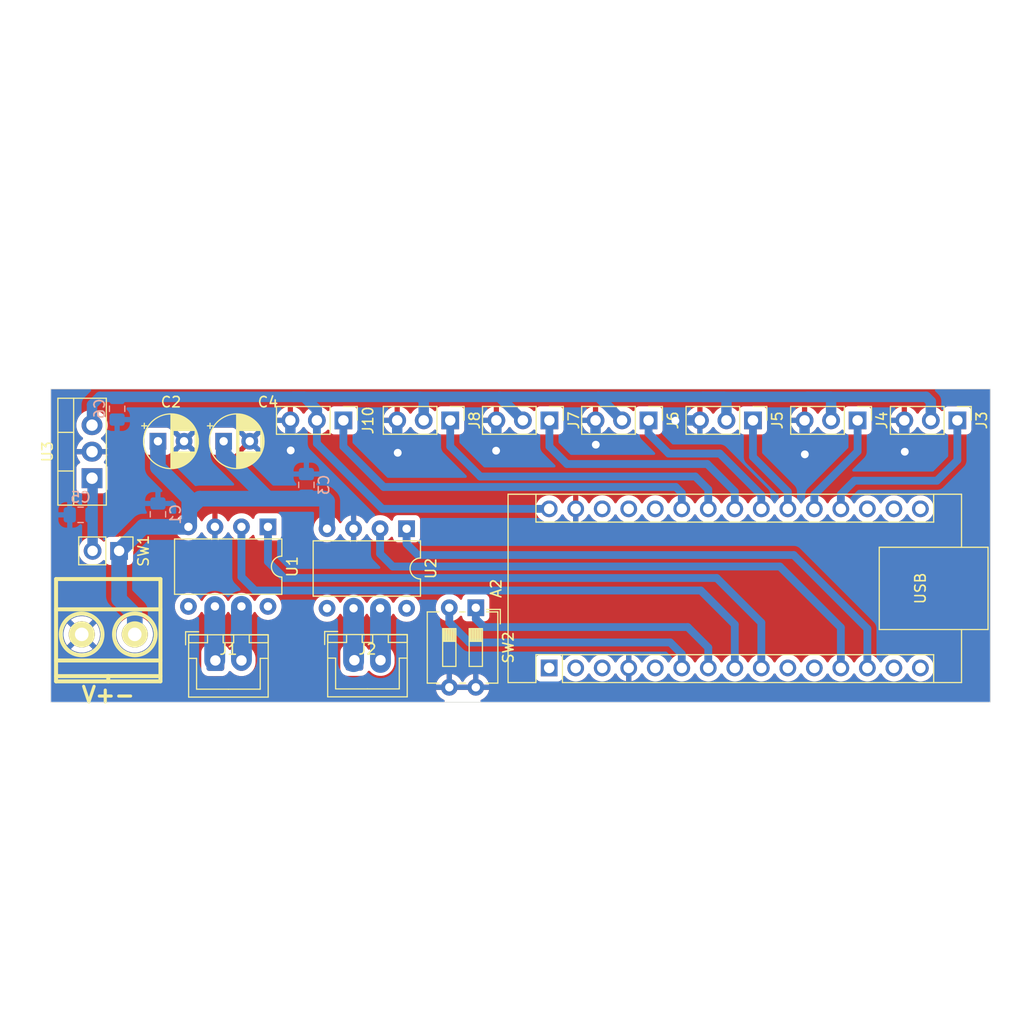
<source format=kicad_pcb>
(kicad_pcb (version 20240108) (generator "pcbnew") (generator_version "8.0")
  (layers (0 "F.Cu" signal) (31 "B.Cu" signal) (34 "B.Paste" user) (35 "F.Paste" user) (36 "B.SilkS" user "B.Silkscreen") (37 "F.SilkS" user "F.Silkscreen") (38 "B.Mask" user) (39 "F.Mask" user) (44 "Edge.Cuts" user))
  (net 0 "")
  (net 3 "/DIP1")
  (net 4 "GND")
  (net 6 "/DIP2")
  (net 17 "/PUSH")
  (net 18 "VCC")
  (net 19 "Net-(SW1-B)")
  (net 20 "+5V")
  (net 21 "/OUTM1B")
  (net 22 "/OUTM1A")
  (net 23 "/OUTM2A")
  (net 24 "/OUTM2B")
  (net 25 "/SENSOR1")
  (net 26 "/SENSOR2")
  (net 27 "/SENSOR3")
  (net 28 "/SENSOR4")
  (net 29 "/SENSOR5")
  (net 30 "/SENSOR6")
  (net 31 "/SENSOR7")
  (net 32 "/M1B")
  (net 33 "/M1A")
  (net 34 "/M2A")
  (net 35 "/M2B")
  (footprint "Button_Switch_THT:SW_DIP_SPSTx02_Slide_6.7x6.64mm_W7.62mm_P2.54mm_LowProfile" (layer "F.Cu") (at 170.53 119.17 -90)
    (property "Reference" "SW2" (at 3.81 -3.11 90) (layer "F.SilkS"))
    (property "Value" "SW_DIP_x02")
    (pad "1" thru_hole rect (at 0 0 270) (size 1.6 1.6) (drill 0.8) (layers "*.Cu" "*.Mask") (net 3 "/DIP1"))
    (pad "2" thru_hole oval (at 0 2.54 270) (size 1.6 1.6) (drill 0.8) (layers "*.Cu" "*.Mask") (net 6 "/DIP2"))
    (pad "3" thru_hole oval (at 7.62 2.54 270) (size 1.6 1.6) (drill 0.8) (layers "*.Cu" "*.Mask") (net 4 "GND"))
    (pad "4" thru_hole oval (at 7.62 0 270) (size 1.6 1.6) (drill 0.8) (layers "*.Cu" "*.Mask") (net 4 "GND"))
  )
  (footprint "Module:Arduino_Nano" (layer "F.Cu") (at 177.56 124.935 90)
    (property "Reference" "A2" (at 7.62 -5.08 -90) (layer "F.SilkS"))
    (property "Value" "Arduino_Nano_v3.x")
    (fp_text user "USB" (at 7.62 35.56 90) (layer "F.SilkS"))
    (pad "1" thru_hole rect (at 0 0 90) (size 1.6 1.6) (drill 1) (layers "*.Cu" "*.Mask"))
    (pad "2" thru_hole oval (at 0 2.54 90) (size 1.6 1.6) (drill 1) (layers "*.Cu" "*.Mask"))
    (pad "3" thru_hole oval (at 0 5.08 90) (size 1.6 1.6) (drill 1) (layers "*.Cu" "*.Mask"))
    (pad "4" thru_hole oval (at 0 7.62 90) (size 1.6 1.6) (drill 1) (layers "*.Cu" "*.Mask") (net 4 "GND"))
    (pad "5" thru_hole oval (at 0 10.16 90) (size 1.6 1.6) (drill 1) (layers "*.Cu" "*.Mask"))
    (pad "6" thru_hole oval (at 0 12.7 90) (size 1.6 1.6) (drill 1) (layers "*.Cu" "*.Mask") (net 6 "/DIP2"))
    (pad "7" thru_hole oval (at 0 15.24 90) (size 1.6 1.6) (drill 1) (layers "*.Cu" "*.Mask") (net 3 "/DIP1"))
    (pad "8" thru_hole oval (at 0 17.78 90) (size 1.6 1.6) (drill 1) (layers "*.Cu" "*.Mask") (net 33 "/M1A"))
    (pad "9" thru_hole oval (at 0 20.32 90) (size 1.6 1.6) (drill 1) (layers "*.Cu" "*.Mask") (net 32 "/M1B"))
    (pad "10" thru_hole oval (at 0 22.86 90) (size 1.6 1.6) (drill 1) (layers "*.Cu" "*.Mask"))
    (pad "11" thru_hole oval (at 0 25.4 90) (size 1.6 1.6) (drill 1) (layers "*.Cu" "*.Mask"))
    (pad "12" thru_hole oval (at 0 27.94 90) (size 1.6 1.6) (drill 1) (layers "*.Cu" "*.Mask") (net 34 "/M2A"))
    (pad "13" thru_hole oval (at 0 30.48 90) (size 1.6 1.6) (drill 1) (layers "*.Cu" "*.Mask") (net 35 "/M2B"))
    (pad "14" thru_hole oval (at 0 33.02 90) (size 1.6 1.6) (drill 1) (layers "*.Cu" "*.Mask") (net 17 "/PUSH"))
    (pad "15" thru_hole oval (at 0 35.56 90) (size 1.6 1.6) (drill 1) (layers "*.Cu" "*.Mask"))
    (pad "16" thru_hole oval (at 15.24 35.56 90) (size 1.6 1.6) (drill 1) (layers "*.Cu" "*.Mask"))
    (pad "17" thru_hole oval (at 15.24 33.02 90) (size 1.6 1.6) (drill 1) (layers "*.Cu" "*.Mask"))
    (pad "18" thru_hole oval (at 15.24 30.48 90) (size 1.6 1.6) (drill 1) (layers "*.Cu" "*.Mask"))
    (pad "19" thru_hole oval (at 15.24 27.94 90) (size 1.6 1.6) (drill 1) (layers "*.Cu" "*.Mask") (net 25 "/SENSOR1"))
    (pad "20" thru_hole oval (at 15.24 25.4 90) (size 1.6 1.6) (drill 1) (layers "*.Cu" "*.Mask") (net 26 "/SENSOR2"))
    (pad "21" thru_hole oval (at 15.24 22.86 90) (size 1.6 1.6) (drill 1) (layers "*.Cu" "*.Mask") (net 27 "/SENSOR3"))
    (pad "22" thru_hole oval (at 15.24 20.32 90) (size 1.6 1.6) (drill 1) (layers "*.Cu" "*.Mask") (net 28 "/SENSOR4"))
    (pad "23" thru_hole oval (at 15.24 17.78 90) (size 1.6 1.6) (drill 1) (layers "*.Cu" "*.Mask") (net 29 "/SENSOR5"))
    (pad "24" thru_hole oval (at 15.24 15.24 90) (size 1.6 1.6) (drill 1) (layers "*.Cu" "*.Mask") (net 30 "/SENSOR6"))
    (pad "25" thru_hole oval (at 15.24 12.7 90) (size 1.6 1.6) (drill 1) (layers "*.Cu" "*.Mask") (net 31 "/SENSOR7"))
    (pad "26" thru_hole oval (at 15.24 10.16 90) (size 1.6 1.6) (drill 1) (layers "*.Cu" "*.Mask"))
    (pad "27" thru_hole oval (at 15.24 7.62 90) (size 1.6 1.6) (drill 1) (layers "*.Cu" "*.Mask"))
    (pad "28" thru_hole oval (at 15.24 5.08 90) (size 1.6 1.6) (drill 1) (layers "*.Cu" "*.Mask"))
    (pad "29" thru_hole oval (at 15.24 2.54 90) (size 1.6 1.6) (drill 1) (layers "*.Cu" "*.Mask") (net 4 "GND"))
    (pad "30" thru_hole oval (at 15.24 0 90) (size 1.6 1.6) (drill 1) (layers "*.Cu" "*.Mask") (net 20 "+5V"))
  )
  (footprint "Connector_PinHeader_2.54mm:PinHeader_1x02_P2.54mm_Vertical" (layer "F.Cu") (at 136.36 113.72 -90)
    (property "Reference" "SW1" (at 0 -2.33 90) (layer "F.SilkS"))
    (property "Value" "SW_SPST")
    (pad "1" thru_hole rect (at 0 0 270) (size 1.7 1.7) (drill 1) (layers "*.Cu" "*.Mask") (net 18 "VCC"))
    (pad "2" thru_hole oval (at 0 2.54 270) (size 1.7 1.7) (drill 1) (layers "*.Cu" "*.Mask") (net 19 "Net-(SW1-B)"))
  )
  (footprint "Connector_JST:JST_XH_B2B-XH-A_1x02_P2.50mm_Vertical" (layer "F.Cu") (at 145.58 124.22)
    (property "Reference" "J1" (at 1.25 -1.05 0) (layer "F.SilkS"))
    (property "Value" "Motor2")
    (pad "1" thru_hole roundrect (at 0 0) (size 1.7 2) (drill 1) (layers "*.Cu" "*.Mask") (roundrect_rratio 0.147059) (net 21 "/OUTM1B"))
    (pad "2" thru_hole oval (at 2.5 0) (size 1.7 2) (drill 1) (layers "*.Cu" "*.Mask") (net 22 "/OUTM1A"))
  )
  (footprint "Package_TO_SOT_THT:TO-220-3_Vertical" (layer "F.Cu") (at 133.765 106.76 90)
    (property "Reference" "U3" (at 2.54 -4.27 -90) (layer "F.SilkS"))
    (property "Value" "L7805")
    (pad "1" thru_hole rect (at 0 0 90) (size 1.905 2) (drill 1.1) (layers "*.Cu" "*.Mask") (net 19 "Net-(SW1-B)"))
    (pad "2" thru_hole oval (at 2.54 0 90) (size 1.905 2) (drill 1.1) (layers "*.Cu" "*.Mask") (net 4 "GND"))
    (pad "3" thru_hole oval (at 5.08 0 90) (size 1.905 2) (drill 1.1) (layers "*.Cu" "*.Mask") (net 20 "+5V"))
  )
  (footprint "Connector_PinHeader_2.54mm:PinHeader_1x03_P2.54mm_Vertical" (layer "F.Cu") (at 207.105 101.22 -90)
    (property "Reference" "J4" (at 0 -2.33 90) (layer "F.SilkS"))
    (property "Value" "SENSOR2")
    (pad "1" thru_hole rect (at 0 0 270) (size 1.7 1.7) (drill 1) (layers "*.Cu" "*.Mask") (net 26 "/SENSOR2"))
    (pad "2" thru_hole oval (at 0 2.54 270) (size 1.7 1.7) (drill 1) (layers "*.Cu" "*.Mask") (net 20 "+5V"))
    (pad "3" thru_hole oval (at 0 5.08 270) (size 1.7 1.7) (drill 1) (layers "*.Cu" "*.Mask") (net 4 "GND"))
  )
  (footprint "Connector_PinHeader_2.54mm:PinHeader_1x03_P2.54mm_Vertical" (layer "F.Cu") (at 187.08 101.22 -90)
    (property "Reference" "J6" (at 0 -2.33 90) (layer "F.SilkS"))
    (property "Value" "SENSOR4")
    (pad "1" thru_hole rect (at 0 0 270) (size 1.7 1.7) (drill 1) (layers "*.Cu" "*.Mask") (net 28 "/SENSOR4"))
    (pad "2" thru_hole oval (at 0 2.54 270) (size 1.7 1.7) (drill 1) (layers "*.Cu" "*.Mask") (net 20 "+5V"))
    (pad "3" thru_hole oval (at 0 5.08 270) (size 1.7 1.7) (drill 1) (layers "*.Cu" "*.Mask") (net 4 "GND"))
  )
  (footprint "Connector_JST:JST_XH_B2B-XH-A_1x02_P2.50mm_Vertical" (layer "F.Cu") (at 158.9 124.195)
    (property "Reference" "J2" (at 1.25 -1.05 0) (layer "F.SilkS"))
    (property "Value" "Motor 1")
    (pad "1" thru_hole roundrect (at 0 0) (size 1.7 2) (drill 1) (layers "*.Cu" "*.Mask") (roundrect_rratio 0.147059) (net 24 "/OUTM2B"))
    (pad "2" thru_hole oval (at 2.5 0) (size 1.7 2) (drill 1) (layers "*.Cu" "*.Mask") (net 23 "/OUTM2A"))
  )
  (footprint "EESTN5:BORNERA2" (layer "F.Cu") (at 135.32 121.72)
    (property "Reference" "J11" (hide yes))
    (property "Value" "V+-" (at 0 5.8 0) (layer "F.SilkS") (effects (font (size 1.5 1.5) (thickness 0.3))))
    (pad "1" thru_hole circle (at -2.54 0) (size 2.5 2.5) (drill 1.3) (layers "*.Cu" "*.Mask" "F.SilkS") (net 4 "GND"))
    (pad "2" thru_hole circle (at 2.54 0) (size 2.5 2.5) (drill 1.3) (layers "*.Cu" "*.Mask" "F.SilkS") (net 18 "VCC"))
  )
  (footprint "Connector_PinHeader_2.54mm:PinHeader_1x03_P2.54mm_Vertical" (layer "F.Cu") (at 168.08 101.22 -90)
    (property "Reference" "J8" (at 0 -2.33 90) (layer "F.SilkS"))
    (property "Value" "SENSOR6")
    (pad "1" thru_hole rect (at 0 0 270) (size 1.7 1.7) (drill 1) (layers "*.Cu" "*.Mask") (net 30 "/SENSOR6"))
    (pad "2" thru_hole oval (at 0 2.54 270) (size 1.7 1.7) (drill 1) (layers "*.Cu" "*.Mask") (net 20 "+5V"))
    (pad "3" thru_hole oval (at 0 5.08 270) (size 1.7 1.7) (drill 1) (layers "*.Cu" "*.Mask") (net 4 "GND"))
  )
  (footprint "Capacitor_THT:CP_Radial_D5.0mm_P2.50mm" (layer "F.Cu") (at 140.08 103.22)
    (property "Reference" "C2" (at 1.25 -3.75 0) (layer "F.SilkS"))
    (property "Value" "100uF")
    (pad "1" thru_hole rect (at 0 0) (size 1.6 1.6) (drill 0.8) (layers "*.Cu" "*.Mask") (net 18 "VCC"))
    (pad "2" thru_hole circle (at 2.5 0) (size 1.6 1.6) (drill 0.8) (layers "*.Cu" "*.Mask") (net 4 "GND"))
  )
  (footprint "Package_DIP:DIP-8_W7.62mm" (layer "F.Cu") (at 163.9 111.6 -90)
    (property "Reference" "U2" (at 3.81 -2.33 90) (layer "F.SilkS"))
    (property "Value" "TA6586")
    (pad "1" thru_hole rect (at 0 0 270) (size 1.6 1.6) (drill 0.8) (layers "*.Cu" "*.Mask") (net 35 "/M2B"))
    (pad "2" thru_hole oval (at 0 2.54 270) (size 1.6 1.6) (drill 0.8) (layers "*.Cu" "*.Mask") (net 34 "/M2A"))
    (pad "3" thru_hole oval (at 0 5.08 270) (size 1.6 1.6) (drill 0.8) (layers "*.Cu" "*.Mask") (net 4 "GND"))
    (pad "4" thru_hole oval (at 0 7.62 270) (size 1.6 1.6) (drill 0.8) (layers "*.Cu" "*.Mask") (net 18 "VCC"))
    (pad "5" thru_hole oval (at 7.62 7.62 270) (size 1.6 1.6) (drill 0.8) (layers "*.Cu" "*.Mask") (net 24 "/OUTM2B"))
    (pad "6" thru_hole oval (at 7.62 5.08 270) (size 1.6 1.6) (drill 0.8) (layers "*.Cu" "*.Mask") (net 24 "/OUTM2B"))
    (pad "7" thru_hole oval (at 7.62 2.54 270) (size 1.6 1.6) (drill 0.8) (layers "*.Cu" "*.Mask") (net 23 "/OUTM2A"))
    (pad "8" thru_hole oval (at 7.62 0 270) (size 1.6 1.6) (drill 0.8) (layers "*.Cu" "*.Mask") (net 23 "/OUTM2A"))
  )
  (footprint "Connector_PinHeader_2.54mm:PinHeader_1x03_P2.54mm_Vertical" (layer "F.Cu") (at 216.66 101.22 -90)
    (property "Reference" "J3" (at 0 -2.33 90) (layer "F.SilkS"))
    (property "Value" "SENSOR1")
    (pad "1" thru_hole rect (at 0 0 270) (size 1.7 1.7) (drill 1) (layers "*.Cu" "*.Mask") (net 25 "/SENSOR1"))
    (pad "2" thru_hole oval (at 0 2.54 270) (size 1.7 1.7) (drill 1) (layers "*.Cu" "*.Mask") (net 20 "+5V"))
    (pad "3" thru_hole oval (at 0 5.08 270) (size 1.7 1.7) (drill 1) (layers "*.Cu" "*.Mask") (net 4 "GND"))
  )
  (footprint "Connector_PinHeader_2.54mm:PinHeader_1x03_P2.54mm_Vertical" (layer "F.Cu") (at 197.08 101.22 -90)
    (property "Reference" "J5" (at 0 -2.33 90) (layer "F.SilkS"))
    (property "Value" "SENSOR3")
    (pad "1" thru_hole rect (at 0 0 270) (size 1.7 1.7) (drill 1) (layers "*.Cu" "*.Mask") (net 27 "/SENSOR3"))
    (pad "2" thru_hole oval (at 0 2.54 270) (size 1.7 1.7) (drill 1) (layers "*.Cu" "*.Mask") (net 20 "+5V"))
    (pad "3" thru_hole oval (at 0 5.08 270) (size 1.7 1.7) (drill 1) (layers "*.Cu" "*.Mask") (net 4 "GND"))
  )
  (footprint "Connector_PinHeader_2.54mm:PinHeader_1x03_P2.54mm_Vertical" (layer "F.Cu") (at 157.845 101.22 -90)
    (property "Reference" "J10" (at 0 -2.36 90) (layer "F.SilkS"))
    (property "Value" "SENSOR7")
    (pad "1" thru_hole rect (at 0 0 270) (size 1.7 1.7) (drill 1) (layers "*.Cu" "*.Mask") (net 31 "/SENSOR7"))
    (pad "2" thru_hole oval (at 0 2.54 270) (size 1.7 1.7) (drill 1) (layers "*.Cu" "*.Mask") (net 20 "+5V"))
    (pad "3" thru_hole oval (at 0 5.08 270) (size 1.7 1.7) (drill 1) (layers "*.Cu" "*.Mask") (net 4 "GND"))
  )
  (footprint "Capacitor_THT:CP_Radial_D5.0mm_P2.50mm" (layer "F.Cu") (at 146.374887 103.22)
    (property "Reference" "C4" (at 4.245 -3.75 0) (layer "F.SilkS"))
    (property "Value" "100uF")
    (pad "1" thru_hole rect (at 0 0) (size 1.6 1.6) (drill 0.8) (layers "*.Cu" "*.Mask") (net 18 "VCC"))
    (pad "2" thru_hole circle (at 2.5 0) (size 1.6 1.6) (drill 0.8) (layers "*.Cu" "*.Mask") (net 4 "GND"))
  )
  (footprint "Connector_PinHeader_2.54mm:PinHeader_1x03_P2.54mm_Vertical" (layer "F.Cu") (at 177.58 101.22 -90)
    (property "Reference" "J7" (at 0 -2.33 90) (layer "F.SilkS"))
    (property "Value" "SENSOR5")
    (pad "1" thru_hole rect (at 0 0 270) (size 1.7 1.7) (drill 1) (layers "*.Cu" "*.Mask") (net 29 "/SENSOR5"))
    (pad "2" thru_hole oval (at 0 2.54 270) (size 1.7 1.7) (drill 1) (layers "*.Cu" "*.Mask") (net 20 "+5V"))
    (pad "3" thru_hole oval (at 0 5.08 270) (size 1.7 1.7) (drill 1) (layers "*.Cu" "*.Mask") (net 4 "GND"))
  )
  (footprint "Package_DIP:DIP-8_W7.62mm" (layer "F.Cu") (at 150.62 111.42 -90)
    (property "Reference" "U1" (at 3.81 -2.33 90) (layer "F.SilkS"))
    (property "Value" "TA6586")
    (pad "1" thru_hole rect (at 0 0 270) (size 1.6 1.6) (drill 0.8) (layers "*.Cu" "*.Mask") (net 32 "/M1B"))
    (pad "2" thru_hole oval (at 0 2.54 270) (size 1.6 1.6) (drill 0.8) (layers "*.Cu" "*.Mask") (net 33 "/M1A"))
    (pad "3" thru_hole oval (at 0 5.08 270) (size 1.6 1.6) (drill 0.8) (layers "*.Cu" "*.Mask") (net 4 "GND"))
    (pad "4" thru_hole oval (at 0 7.62 270) (size 1.6 1.6) (drill 0.8) (layers "*.Cu" "*.Mask") (net 18 "VCC"))
    (pad "5" thru_hole oval (at 7.62 7.62 270) (size 1.6 1.6) (drill 0.8) (layers "*.Cu" "*.Mask") (net 21 "/OUTM1B"))
    (pad "6" thru_hole oval (at 7.62 5.08 270) (size 1.6 1.6) (drill 0.8) (layers "*.Cu" "*.Mask") (net 21 "/OUTM1B"))
    (pad "7" thru_hole oval (at 7.62 2.54 270) (size 1.6 1.6) (drill 0.8) (layers "*.Cu" "*.Mask") (net 22 "/OUTM1A"))
    (pad "8" thru_hole oval (at 7.62 0 270) (size 1.6 1.6) (drill 0.8) (layers "*.Cu" "*.Mask") (net 22 "/OUTM1A"))
  )
  (footprint "Capacitor_SMD:C_0805_2012Metric_Pad1.18x1.45mm_HandSolder" (layer "B.Cu") (at 154.3 107.4 90)
    (property "Reference" "C3" (at 0 1.68 -90) (layer "B.SilkS") (effects (justify mirror)))
    (property "Value" "0.1uF")
    (pad "1" smd roundrect (at -1.0375 0 90) (size 1.175 1.45) (layers "B.Cu" "B.Paste" "B.Mask") (roundrect_rratio 0.212766) (net 18 "VCC"))
    (pad "2" smd roundrect (at 1.0375 0 90) (size 1.175 1.45) (layers "B.Cu" "B.Paste" "B.Mask") (roundrect_rratio 0.212766) (net 4 "GND"))
  )
  (footprint "Capacitor_SMD:C_0805_2012Metric_Pad1.18x1.45mm_HandSolder" (layer "B.Cu") (at 136.17 100.1075 -90)
    (property "Reference" "C6" (at 0 1.68 90) (layer "B.SilkS") (effects (justify mirror)))
    (property "Value" "22uF")
    (pad "1" smd roundrect (at -1.0375 0 270) (size 1.175 1.45) (layers "B.Cu" "B.Paste" "B.Mask") (roundrect_rratio 0.212766) (net 20 "+5V"))
    (pad "2" smd roundrect (at 1.0375 0 270) (size 1.175 1.45) (layers "B.Cu" "B.Paste" "B.Mask") (roundrect_rratio 0.212766) (net 4 "GND"))
  )
  (footprint "Capacitor_SMD:C_0805_2012Metric_Pad1.18x1.45mm_HandSolder" (layer "B.Cu") (at 132.67 110.27 180)
    (property "Reference" "C5" (at 0 1.68 180) (layer "B.SilkS") (effects (justify mirror)))
    (property "Value" "10uF")
    (pad "1" smd roundrect (at -1.0375 0 180) (size 1.175 1.45) (layers "B.Cu" "B.Paste" "B.Mask") (roundrect_rratio 0.212766) (net 19 "Net-(SW1-B)"))
    (pad "2" smd roundrect (at 1.0375 0 180) (size 1.175 1.45) (layers "B.Cu" "B.Paste" "B.Mask") (roundrect_rratio 0.212766) (net 4 "GND"))
  )
  (footprint "Capacitor_SMD:C_0805_2012Metric_Pad1.18x1.45mm_HandSolder" (layer "B.Cu") (at 140.08 110.22 90)
    (property "Reference" "C1" (at 0 1.68 -90) (layer "B.SilkS") (effects (justify mirror)))
    (property "Value" "0.1uF")
    (pad "1" smd roundrect (at -1.0375 0 90) (size 1.175 1.45) (layers "B.Cu" "B.Paste" "B.Mask") (roundrect_rratio 0.212766) (net 18 "VCC"))
    (pad "2" smd roundrect (at 1.0375 0 90) (size 1.175 1.45) (layers "B.Cu" "B.Paste" "B.Mask") (roundrect_rratio 0.212766) (net 4 "GND"))
  )
  (gr_line (start 129.82 128.22) (end 219.82 128.22) (stroke (width 0.05)) (layer "Edge.Cuts"))
  (gr_line (start 219.82 128.22) (end 219.82 98.22) (stroke (width 0.05)) (layer "Edge.Cuts"))
  (gr_line (start 129.82 98.22) (end 129.82 128.22) (stroke (width 0.05)) (layer "Edge.Cuts"))
  (gr_line (start 219.82 98.22) (end 129.82 98.22) (stroke (width 0.05)) (layer "Edge.Cuts"))
  (segment (start 171.305 121.02) (end 170.53 120.245) (width 0.75) (layer "B.Cu") (net 3))
  (segment (start 192.8 122.99) (end 190.83 121.02) (width 0.75) (layer "B.Cu") (net 3))
  (segment (start 170.53 120.245) (end 170.53 119.17) (width 0.75) (layer "B.Cu") (net 3))
  (segment (start 190.83 121.02) (end 171.305 121.02) (width 0.75) (layer "B.Cu") (net 3))
  (segment (start 192.8 124.935) (end 192.8 122.99) (width 0.75) (layer "B.Cu") (net 3))
  (via (at 182.025 103.55) (size 1.5) (drill 0.75) (layers "F.Cu" "B.Cu") (net 4))
  (via (at 211.625 104.225) (size 1.5) (drill 0.75) (layers "F.Cu" "B.Cu") (net 4))
  (via (at 152.8 104.1) (size 1.5) (drill 0.75) (layers "F.Cu" "B.Cu") (net 4))
  (via (at 172.475 104.125) (size 1.5) (drill 0.75) (layers "F.Cu" "B.Cu") (net 4))
  (via (at 202.05 104.475) (size 1.5) (drill 0.75) (layers "F.Cu" "B.Cu") (net 4))
  (via (at 163.05 104.325) (size 1.5) (drill 0.75) (layers "F.Cu" "B.Cu") (net 4))
  (via (at 189.65 101.25) (size 1.5) (drill 0.75) (layers "F.Cu" "B.Cu") (net 4))
  (segment (start 182 101.22) (end 182 103.5) (width 1) (layer "B.Cu") (net 4))
  (segment (start 202.025 101.22) (end 202.025 104.475) (width 1) (layer "B.Cu") (net 4))
  (segment (start 211.58 101.22) (end 211.58 104.32) (width 1) (layer "B.Cu") (net 4))
  (segment (start 182 103.5) (end 182.1 103.6) (width 1) (layer "B.Cu") (net 4))
  (segment (start 152.765 101.22) (end 152.765 103.935) (width 1) (layer "B.Cu") (net 4))
  (segment (start 152.765 103.935) (end 152.7 104) (width 1) (layer "B.Cu") (net 4))
  (segment (start 172.5 101.22) (end 172.5 104.1) (width 1) (layer "B.Cu") (net 4))
  (segment (start 211.58 104.32) (end 211.5 104.4) (width 1) (layer "B.Cu") (net 4))
  (segment (start 172.5 104.1) (end 172.475 104.125) (width 1) (layer "B.Cu") (net 4))
  (segment (start 192 101.22) (end 189.88 101.22) (width 1) (layer "B.Cu") (net 4))
  (segment (start 202.025 104.475) (end 201.9 104.6) (width 1) (layer "B.Cu") (net 4))
  (segment (start 163 101.22) (end 163 104.3) (width 1) (layer "B.Cu") (net 4))
  (segment (start 190.26 124.935) (end 190.235 124.96) (width 0.75) (layer "B.Cu") (net 6))
  (segment (start 169.905 122.495) (end 189.155 122.495) (width 0.75) (layer "B.Cu") (net 6))
  (segment (start 189.155 122.495) (end 190.26 123.6) (width 0.75) (layer "B.Cu") (net 6))
  (segment (start 167.99 119.17) (end 167.99 120.58) (width 0.75) (layer "B.Cu") (net 6))
  (segment (start 190.26 123.6) (end 190.26 124.935) (width 0.75) (layer "B.Cu") (net 6))
  (segment (start 167.99 120.58) (end 169.905 122.495) (width 0.75) (layer "B.Cu") (net 6))
  (segment (start 143 111.42) (end 143.08 111.34) (width 1.5) (layer "B.Cu") (net 18))
  (segment (start 146.374887 103.22) (end 146.374887 104.514887) (width 1.5) (layer "B.Cu") (net 18))
  (segment (start 143.08 111.34) (end 143.08 108.72) (width 1.5) (layer "B.Cu") (net 18))
  (segment (start 138.66 111.42) (end 143 111.42) (width 1.5) (layer "B.Cu") (net 18))
  (segment (start 137.86 121.72) (end 137.86 119.85) (width 1.5) (layer "B.Cu") (net 18))
  (segment (start 156.28 111.6) (end 156.28 108.9575) (width 1.5) (layer "B.Cu") (net 18))
  (segment (start 136.36 118.35) (end 136.36 113.72) (width 1.5) (layer "B.Cu") (net 18))
  (segment (start 156.28 108.9575) (end 156.0425 108.72) (width 1.5) (layer "B.Cu") (net 18))
  (segment (start 143.08 109.72) (end 144.08 108.72) (width 1.5) (layer "B.Cu") (net 18))
  (segment (start 136.36 113.72) (end 138.66 111.42) (width 1.5) (layer "B.Cu") (net 18))
  (segment (start 146.374887 104.514887) (end 150.58 108.72) (width 1.5) (layer "B.Cu") (net 18))
  (segment (start 150.58 108.72) (end 156.0425 108.72) (width 1.5) (layer "B.Cu") (net 18))
  (segment (start 137.86 119.85) (end 136.36 118.35) (width 1.5) (layer "B.Cu") (net 18))
  (segment (start 140.08 105.72) (end 140.08 103.22) (width 1.5) (layer "B.Cu") (net 18))
  (segment (start 143.08 108.72) (end 140.08 105.72) (width 1.5) (layer "B.Cu") (net 18))
  (segment (start 144.08 108.72) (end 156.0425 108.72) (width 1.5) (layer "B.Cu") (net 18))
  (segment (start 133.82 113.72) (end 133.82 106.815) (width 1) (layer "B.Cu") (net 19))
  (segment (start 133.82 106.815) (end 133.765 106.76) (width 1) (layer "B.Cu") (net 19))
  (segment (start 177.56 109.695) (end 161.578654 109.695) (width 0.75) (layer "B.Cu") (net 20))
  (segment (start 194.54 99.21) (end 194.54 101.22) (width 1) (layer "B.Cu") (net 20))
  (segment (start 172.79 98.97) (end 182.29 98.97) (width 1) (layer "B.Cu") (net 20))
  (segment (start 165.54 99.33) (end 165.54 101.22) (width 1) (layer "B.Cu") (net 20))
  (segment (start 214.12 99.42) (end 214.12 101.22) (width 1) (layer "B.Cu") (net 20))
  (segment (start 153.055 98.97) (end 163.29 98.97) (width 1) (layer "B.Cu") (net 20))
  (segment (start 133.765 101.68) (end 133.765 99.7275) (width 1) (layer "B.Cu") (net 20))
  (segment (start 192.29 98.97) (end 194.3 98.97) (width 1) (layer "B.Cu") (net 20))
  (segment (start 204.5 98.97) (end 204.565 99.035) (width 1) (layer "B.Cu") (net 20))
  (segment (start 163.29 98.97) (end 165.18 98.97) (width 1) (layer "B.Cu") (net 20))
  (segment (start 163.29 98.97) (end 172.79 98.97) (width 1) (layer "B.Cu") (net 20))
  (segment (start 202.315 98.97) (end 204.5 98.97) (width 1) (layer "B.Cu") (net 20))
  (segment (start 213.67 98.97) (end 214.12 99.42) (width 1) (layer "B.Cu") (net 20))
  (segment (start 134.5225 98.97) (end 153.055 98.97) (width 1) (layer "B.Cu") (net 20))
  (segment (start 182.29 98.97) (end 192.29 98.97) (width 1) (layer "B.Cu") (net 20))
  (segment (start 133.765 99.7275) (end 134.5225 98.97) (width 1) (layer "B.Cu") (net 20))
  (segment (start 154.08 98.97) (end 155.305 100.195) (width 1) (layer "B.Cu") (net 20))
  (segment (start 153.055 98.97) (end 154.08 98.97) (width 1) (layer "B.Cu") (net 20))
  (segment (start 182.29 98.97) (end 184.54 101.22) (width 1) (layer "B.Cu") (net 20))
  (segment (start 155.305 103.421346) (end 155.305 101.22) (width 0.75) (layer "B.Cu") (net 20))
  (segment (start 192.29 98.97) (end 202.315 98.97) (width 1) (layer "B.Cu") (net 20))
  (segment (start 161.578654 109.695) (end 155.305 103.421346) (width 0.75) (layer "B.Cu") (net 20))
  (segment (start 194.3 98.97) (end 194.54 99.21) (width 1) (layer "B.Cu") (net 20))
  (segment (start 204.565 99.035) (end 204.565 101.22) (width 1) (layer "B.Cu") (net 20))
  (segment (start 172.79 98.97) (end 175.04 101.22) (width 1) (layer "B.Cu") (net 20))
  (segment (start 155.305 100.195) (end 155.305 101.22) (width 1) (layer "B.Cu") (net 20))
  (segment (start 202.315 98.97) (end 213.67 98.97) (width 1) (layer "B.Cu") (net 20))
  (segment (start 165.18 98.97) (end 165.54 99.33) (width 1) (layer "B.Cu") (net 20))
  (segment (start 145.52 124.23) (end 145.52 119.06) (width 2) (layer "B.Cu") (net 21))
  (segment (start 148.08 119.04) (end 148.08 124.17) (width 2) (layer "B.Cu") (net 22))
  (segment (start 148.08 121.67) (end 148.02 121.73) (width 2) (layer "B.Cu") (net 22))
  (segment (start 161.4 124.41) (end 161.4 119.26) (width 2) (layer "B.Cu") (net 23))
  (segment (start 158.82 119.22) (end 158.82 124.33) (width 2) (layer "B.Cu") (net 24))
  (segment (start 158.82 121.83) (end 158.9 121.91) (width 2) (layer "B.Cu") (net 24))
  (segment (start 205.5 108.3) (end 206.8 107) (width 0.75) (layer "B.Cu") (net 25))
  (segment (start 205.5 109.695) (end 205.5 108.3) (width 0.75) (layer "B.Cu") (net 25))
  (segment (start 214.7 107) (end 216.66 105.04) (width 0.75) (layer "B.Cu") (net 25))
  (segment (start 206.8 107) (end 214.7 107) (width 0.75) (layer "B.Cu") (net 25))
  (segment (start 216.66 105.04) (end 216.66 101.22) (width 0.75) (layer "B.Cu") (net 25))
  (segment (start 202.96 109.695) (end 202.96 108.34) (width 0.75) (layer "B.Cu") (net 26))
  (segment (start 202.96 108.34) (end 207.105 104.195) (width 0.75) (layer "B.Cu") (net 26))
  (segment (start 207.105 104.195) (end 207.105 101.22) (width 0.75) (layer "B.Cu") (net 26))
  (segment (start 197.08 104.72) (end 200.42 108.06) (width 0.75) (layer "B.Cu") (net 27))
  (segment (start 200.42 108.06) (end 200.42 109.695) (width 0.75) (layer "B.Cu") (net 27))
  (segment (start 197.08 101.22) (end 197.08 104.72) (width 0.75) (layer "B.Cu") (net 27))
  (segment (start 197.88 108.38) (end 193.9 104.4) (width 0.75) (layer "B.Cu") (net 28))
  (segment (start 197.88 109.695) (end 197.88 108.38) (width 0.75) (layer "B.Cu") (net 28))
  (segment (start 187.08 102.47) (end 187.08 101.22) (width 0.75) (layer "B.Cu") (net 28))
  (segment (start 189.01 104.4) (end 187.08 102.47) (width 0.75) (layer "B.Cu") (net 28))
  (segment (start 193.9 104.4) (end 189.01 104.4) (width 0.75) (layer "B.Cu") (net 28))
  (segment (start 195.34 108.04) (end 195.34 109.695) (width 0.75) (layer "B.Cu") (net 29))
  (segment (start 179.26 105.4) (end 192.7 105.4) (width 0.75) (layer "B.Cu") (net 29))
  (segment (start 177.58 101.22) (end 177.58 103.72) (width 0.75) (layer "B.Cu") (net 29))
  (segment (start 192.7 105.4) (end 195.34 108.04) (width 0.75) (layer "B.Cu") (net 29))
  (segment (start 177.58 103.72) (end 179.26 105.4) (width 0.75) (layer "B.Cu") (net 29))
  (segment (start 170.96 106.6) (end 191.555 106.6) (width 0.75) (layer "B.Cu") (net 30))
  (segment (start 192.8 107.845) (end 192.8 109.695) (width 0.75) (layer "B.Cu") (net 30))
  (segment (start 168.08 101.22) (end 168.08 103.72) (width 0.75) (layer "B.Cu") (net 30))
  (segment (start 191.555 106.6) (end 192.8 107.845) (width 0.75) (layer "B.Cu") (net 30))
  (segment (start 168.08 103.72) (end 170.96 106.6) (width 0.75) (layer "B.Cu") (net 30))
  (segment (start 190.26 108.1725) (end 190.26 109.695) (width 0.75) (layer "B.Cu") (net 31))
  (segment (start 161.71 107.6) (end 189.6875 107.6) (width 0.75) (layer "B.Cu") (net 31))
  (segment (start 157.845 101.22) (end 157.845 103.735) (width 0.75) (layer "B.Cu") (net 31))
  (segment (start 157.845 103.735) (end 161.71 107.6) (width 0.75) (layer "B.Cu") (net 31))
  (segment (start 189.6875 107.6) (end 190.26 108.1725) (width 0.75) (layer "B.Cu") (net 31))
  (segment (start 197.88 120.595) (end 197.88 124.935) (width 0.75) (layer "B.Cu") (net 32))
  (segment (start 150.62 114.76) (end 152.18 116.32) (width 0.75) (layer "B.Cu") (net 32))
  (segment (start 152.18 116.32) (end 193.605 116.32) (width 0.75) (layer "B.Cu") (net 32))
  (segment (start 150.62 111.42) (end 150.62 114.76) (width 0.75) (layer "B.Cu") (net 32))
  (segment (start 193.605 116.32) (end 197.88 120.595) (width 0.75) (layer "B.Cu") (net 32))
  (segment (start 195.34 120.78) (end 195.34 124.935) (width 0.75) (layer "B.Cu") (net 33))
  (segment (start 192.08 117.52) (end 195.34 120.78) (width 0.75) (layer "B.Cu") (net 33))
  (segment (start 149.38 117.52) (end 192.08 117.52) (width 0.75) (layer "B.Cu") (net 33))
  (segment (start 148.08 116.22) (end 149.38 117.52) (width 0.75) (layer "B.Cu") (net 33))
  (segment (start 148.08 111.42) (end 148.08 116.22) (width 0.75) (layer "B.Cu") (net 33))
  (segment (start 161.36 111.6) (end 161.36 114) (width 0.75) (layer "B.Cu") (net 34))
  (segment (start 161.36 114) (end 162.58 115.22) (width 0.75) (layer "B.Cu") (net 34))
  (segment (start 162.58 115.22) (end 199.655 115.22) (width 0.75) (layer "B.Cu") (net 34))
  (segment (start 199.655 115.22) (end 205.5 121.065) (width 0.75) (layer "B.Cu") (net 34))
  (segment (start 205.5 121.065) (end 205.5 124.935) (width 0.75) (layer "B.Cu") (net 34))
  (segment (start 163.9 111.6) (end 163.9 113.04) (width 0.75) (layer "B.Cu") (net 35))
  (segment (start 200.98 114.12) (end 208.04 121.18) (width 0.75) (layer "B.Cu") (net 35))
  (segment (start 164.98 114.12) (end 200.98 114.12) (width 0.75) (layer "B.Cu") (net 35))
  (segment (start 208.04 121.18) (end 208.04 124.935) (width 0.75) (layer "B.Cu") (net 35))
  (segment (start 163.9 113.04) (end 164.98 114.12) (width 0.75) (layer "B.Cu") (net 35))
  (zone (net 4) (net_name "GND") (layers "F&B.Cu") (connect_pads (clearance 0.5)) (min_thickness 0.25) (fill yes (thermal_gap 0.5) (thermal_bridge_width 0.5))
    (polygon (pts (xy 219.83 98.22) (xy 129.83 98.22) (xy 129.83 128.22) (xy 219.83 128.22)))
  )
)
</source>
